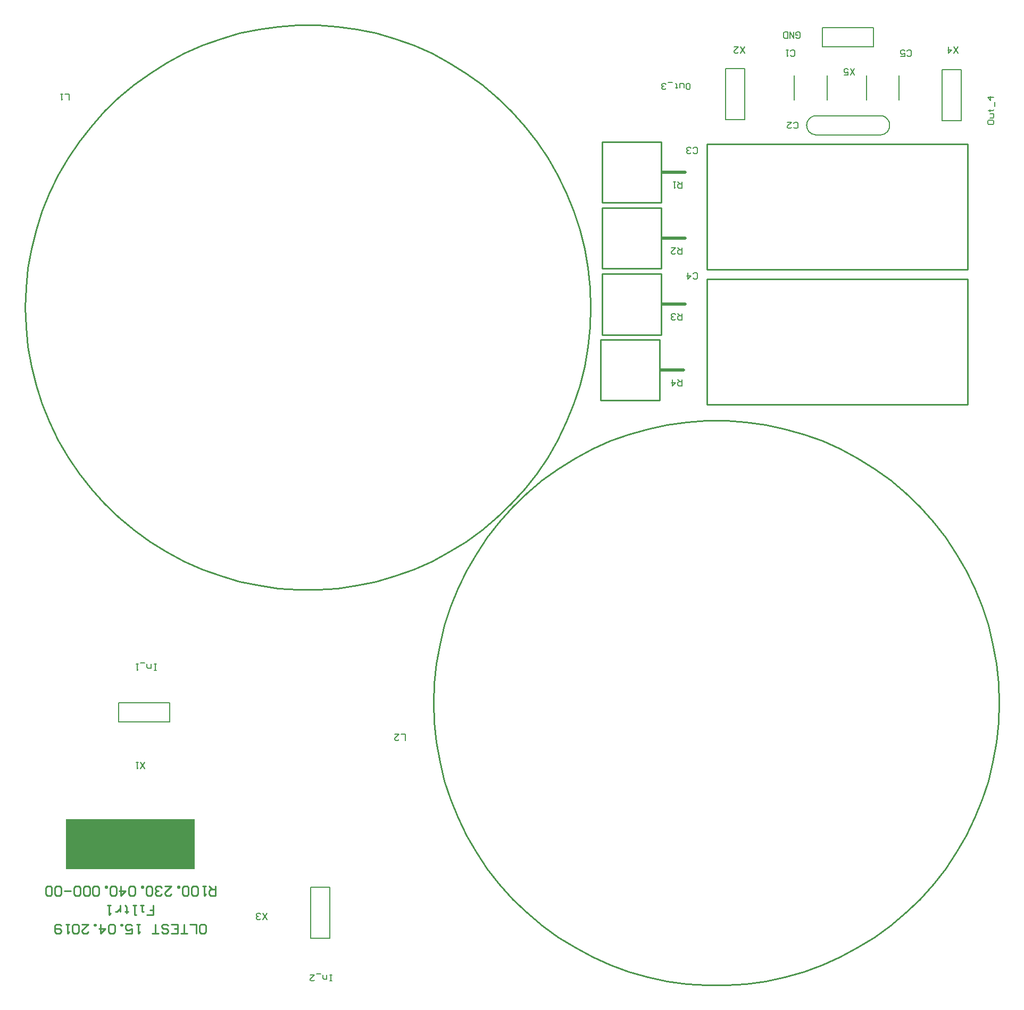
<source format=gto>
%FSTAX23Y23*%
%MOIN*%
%SFA1B1*%

%IPPOS*%
%ADD19C,0.005000*%
%ADD20C,0.010000*%
%ADD21C,0.007900*%
%ADD22C,0.019700*%
%ADD23C,0.008000*%
%ADD24C,0.009800*%
%ADD25C,0.005900*%
%ADD26R,0.807100X0.315000*%
%LNr100.230.040.001-00_filtr1-1*%
%LPD*%
G54D19*
X05396Y05392D02*
D01*
X05401Y05392*
X05405Y05393*
X05409Y05394*
X05413Y05395*
X05417Y05396*
X05421Y05397*
X05425Y05399*
X05428Y05401*
X05432Y05404*
X05435Y05406*
X05438Y05409*
X05441Y05412*
X05444Y05415*
X05446Y05419*
X05448Y05422*
X0545Y05426*
X05452Y0543*
X05453Y05434*
X05455Y05438*
X05455Y05442*
X05456Y05446*
X05456Y0545*
Y05454*
X05456Y05459*
X05455Y05463*
X05455Y05467*
X05453Y05471*
X05452Y05475*
X0545Y05479*
X05448Y05482*
X05446Y05486*
X05444Y05489*
X05441Y05492*
X05438Y05495*
X05435Y05498*
X05432Y05501*
X05428Y05503*
X05425Y05505*
X05421Y05507*
X05417Y05509*
X05413Y0551*
X05409Y05511*
X05405Y05512*
X05401Y05512*
X05396Y05512*
X04996D02*
D01*
X04992Y05512*
X04988Y05512*
X04984Y05511*
X0498Y0551*
X04976Y05509*
X04972Y05507*
X04968Y05505*
X04965Y05503*
X04961Y05501*
X04958Y05498*
X04955Y05495*
X04952Y05492*
X04949Y05489*
X04947Y05486*
X04944Y05482*
X04942Y05479*
X04941Y05475*
X04939Y05471*
X04938Y05467*
X04937Y05463*
X04937Y05459*
X04936Y05454*
Y0545*
X04937Y05446*
X04937Y05442*
X04938Y05438*
X04939Y05434*
X04941Y0543*
X04942Y05426*
X04944Y05422*
X04947Y05419*
X04949Y05415*
X04952Y05412*
X04955Y05409*
X04958Y05406*
X04961Y05404*
X04965Y05401*
X04968Y05399*
X04972Y05397*
X04976Y05396*
X0498Y05395*
X04984Y05394*
X04988Y05393*
X04992Y05392*
X04996Y05392*
X05396*
X04996Y05512D02*
X05396D01*
G54D20*
X06141Y0183D02*
D01*
X06137Y01954*
X06124Y02077*
X06102Y02199*
X06073Y02319*
X06034Y02436*
X05988Y02551*
X05934Y02662*
X05872Y02769*
X05803Y02872*
X05727Y02969*
X05644Y03061*
X05555Y03147*
X0546Y03226*
X0536Y03299*
X05255Y03365*
X05146Y03423*
X05033Y03473*
X04917Y03515*
X04798Y03549*
X04677Y03575*
X04555Y03592*
X04431Y03601*
X04308*
X04184Y03592*
X04062Y03575*
X03941Y03549*
X03822Y03515*
X03706Y03473*
X03593Y03423*
X03484Y03365*
X03379Y03299*
X03279Y03226*
X03184Y03147*
X03095Y03061*
X03012Y02969*
X02936Y02872*
X02867Y02769*
X02805Y02662*
X02751Y02551*
X02705Y02436*
X02666Y02319*
X02637Y02199*
X02615Y02077*
X02602Y01954*
X02598Y0183*
X02602Y01707*
X02615Y01584*
X02637Y01462*
X02666Y01342*
X02705Y01224*
X02751Y0111*
X02805Y00998*
X02867Y00891*
X02936Y00789*
X03012Y00691*
X03095Y00599*
X03184Y00514*
X03279Y00434*
X03379Y00361*
X03484Y00296*
X03593Y00238*
X03706Y00188*
X03822Y00145*
X03941Y00111*
X04062Y00085*
X04184Y00068*
X04308Y0006*
X04431*
X04555Y00068*
X04677Y00085*
X04798Y00111*
X04917Y00145*
X05033Y00188*
X05146Y00238*
X05255Y00296*
X0536Y00361*
X0546Y00434*
X05555Y00514*
X05644Y00599*
X05727Y00691*
X05803Y00789*
X05872Y00891*
X05934Y00998*
X05988Y0111*
X06034Y01224*
X06073Y01342*
X06102Y01462*
X06124Y01584*
X06137Y01707*
X06141Y0183*
X03582Y04311D02*
D01*
X03578Y04434*
X03565Y04557*
X03543Y04679*
X03514Y04799*
X03475Y04916*
X03429Y05031*
X03375Y05142*
X03313Y05249*
X03244Y05352*
X03168Y05449*
X03085Y05541*
X02996Y05627*
X02901Y05707*
X02801Y05779*
X02696Y05845*
X02587Y05903*
X02474Y05953*
X02358Y05995*
X02239Y0603*
X02118Y06055*
X01996Y06072*
X01872Y06081*
X01749*
X01625Y06072*
X01503Y06055*
X01382Y0603*
X01263Y05995*
X01147Y05953*
X01034Y05903*
X00925Y05845*
X0082Y05779*
X0072Y05707*
X00625Y05627*
X00536Y05541*
X00453Y05449*
X00377Y05352*
X00308Y05249*
X00246Y05142*
X00192Y05031*
X00146Y04916*
X00107Y04799*
X00078Y04679*
X00056Y04557*
X00043Y04434*
X00039Y04311*
X00043Y04187*
X00056Y04064*
X00078Y03942*
X00107Y03822*
X00146Y03705*
X00192Y0359*
X00246Y03479*
X00308Y03372*
X00377Y03269*
X00453Y03172*
X00536Y0308*
X00625Y02994*
X0072Y02914*
X0082Y02842*
X00925Y02776*
X01034Y02718*
X01147Y02668*
X01263Y02626*
X01382Y02591*
X01503Y02566*
X01625Y02549*
X01749Y0254*
X01872*
X01996Y02549*
X02118Y02566*
X02239Y02591*
X02358Y02626*
X02474Y02668*
X02587Y02718*
X02696Y02776*
X02801Y02842*
X02901Y02914*
X02996Y02994*
X03085Y0308*
X03168Y03172*
X03244Y03269*
X03313Y03372*
X03375Y03479*
X03429Y0359*
X03475Y03705*
X03514Y03822*
X03543Y03942*
X03565Y04064*
X03578Y04187*
X03582Y04311*
X03645Y03726D02*
X04015D01*
Y04108*
X03645D02*
X04015D01*
X03645Y03726D02*
Y04108D01*
X03653Y04139D02*
X04023D01*
Y04521*
X03653D02*
X04023D01*
X03653Y04139D02*
Y04521D01*
Y04553D02*
X04023D01*
Y04935*
X03653D02*
X04023D01*
X03653Y04553D02*
Y04935D01*
Y04966D02*
X04023D01*
Y05348*
X03653D02*
X04023D01*
X03653Y04966D02*
Y05348D01*
X05944Y04547D02*
Y05334D01*
X04311Y04547D02*
X05944D01*
X04311D02*
Y04921D01*
Y05334*
X05944*
X04311Y037D02*
Y04488D01*
X05944*
Y04114D02*
Y04488D01*
Y037D02*
Y04114D01*
X04311Y037D02*
X05944D01*
G54D21*
X04858Y05612D02*
Y05765D01*
X05063Y05612D02*
Y05765D01*
X05515Y05612D02*
Y05765D01*
X05311Y05612D02*
Y05765D01*
G54D22*
X04022Y03917D02*
X04165D01*
X0403Y0433D02*
X04173D01*
X0403Y04744D02*
X04173D01*
X0403Y05157D02*
X04173D01*
G54D23*
X00625Y01711D02*
X00945D01*
Y01831*
X00625D02*
X00945D01*
X00625Y01711D02*
Y01831D01*
X04548Y05488D02*
Y05808D01*
X04428D02*
X04548D01*
X04428Y05488D02*
Y05808D01*
Y05488D02*
X04548D01*
X01829Y00353D02*
Y00673D01*
Y00353D02*
X01949D01*
Y00673*
X01829D02*
X01949D01*
X05783Y0548D02*
Y058D01*
Y0548D02*
X05903D01*
Y058*
X05783D02*
X05903D01*
X05035Y05943D02*
X05355D01*
Y06063*
X05035D02*
X05355D01*
X05035Y05943D02*
Y06063D01*
G54D24*
X00802Y00502D02*
X00841D01*
Y00531*
X00821*
X00841*
Y00561*
X00782D02*
X00762D01*
X00772*
Y00522*
X00782*
X00733Y00561D02*
X00713D01*
X00723*
Y00502*
X00733*
X00674Y00512D02*
Y00522D01*
X00684*
X00664*
X00674*
Y00551*
X00664Y00561*
X00634Y00522D02*
Y00561D01*
Y00541*
X00625Y00531*
X00615Y00522*
X00605*
X00575Y00561D02*
X00556D01*
X00566*
Y00502*
X00575Y00512*
X0123Y00681D02*
Y00622D01*
X012*
X0119Y00631*
Y00651*
X012Y00661*
X0123*
X0121D02*
X0119Y00681D01*
X01171D02*
X01151D01*
X01161*
Y00622*
X01171Y00631*
X01121D02*
X01112Y00622D01*
X01092*
X01082Y00631*
Y00671*
X01092Y00681*
X01112*
X01121Y00671*
Y00631*
X01062D02*
X01053Y00622D01*
X01033*
X01023Y00631*
Y00671*
X01033Y00681*
X01053*
X01062Y00671*
Y00631*
X01003Y00681D02*
Y00671D01*
X00994*
Y00681*
X01003*
X00915D02*
X00954D01*
X00915Y00641*
Y00631*
X00925Y00622*
X00944*
X00954Y00631*
X00895D02*
X00885Y00622D01*
X00866*
X00856Y00631*
Y00641*
X00866Y00651*
X00875*
X00866*
X00856Y00661*
Y00671*
X00866Y00681*
X00885*
X00895Y00671*
X00836Y00631D02*
X00826Y00622D01*
X00807*
X00797Y00631*
Y00671*
X00807Y00681*
X00826*
X00836Y00671*
Y00631*
X00777Y00681D02*
Y00671D01*
X00767*
Y00681*
X00777*
X00728Y00631D02*
X00718Y00622D01*
X00698*
X00689Y00631*
Y00671*
X00698Y00681*
X00718*
X00728Y00671*
Y00631*
X00639Y00681D02*
Y00622D01*
X00669Y00651*
X00629*
X0061Y00631D02*
X006Y00622D01*
X0058*
X0057Y00631*
Y00671*
X0058Y00681*
X006*
X0061Y00671*
Y00631*
X00551Y00681D02*
Y00671D01*
X00541*
Y00681*
X00551*
X00502Y00631D02*
X00492Y00622D01*
X00472*
X00462Y00631*
Y00671*
X00472Y00681*
X00492*
X00502Y00671*
Y00631*
X00443D02*
X00433Y00622D01*
X00413*
X00403Y00631*
Y00671*
X00413Y00681*
X00433*
X00443Y00671*
Y00631*
X00384D02*
X00374Y00622D01*
X00354*
X00344Y00631*
Y00671*
X00354Y00681*
X00374*
X00384Y00671*
Y00631*
X00324Y00651D02*
X00285D01*
X00265Y00631D02*
X00256Y00622D01*
X00236*
X00226Y00631*
Y00671*
X00236Y00681*
X00256*
X00265Y00671*
Y00631*
X00206D02*
X00197Y00622D01*
X00177*
X00167Y00631*
Y00671*
X00177Y00681*
X00197*
X00206Y00671*
Y00631*
X01141Y00383D02*
X01161D01*
X01171Y00393*
Y00433*
X01161Y00442*
X01141*
X01131Y00433*
Y00393*
X01141Y00383*
X01112D02*
Y00442D01*
X01072*
X01053Y00383D02*
X01013D01*
X01033*
Y00442*
X00954Y00383D02*
X00994D01*
Y00442*
X00954*
X00994Y00413D02*
X00974D01*
X00895Y00393D02*
X00905Y00383D01*
X00925*
X00935Y00393*
Y00403*
X00925Y00413*
X00905*
X00895Y00423*
Y00433*
X00905Y00442*
X00925*
X00935Y00433*
X00875Y00383D02*
X00836D01*
X00856*
Y00442*
X00757D02*
X00738D01*
X00748*
Y00383*
X00757Y00393*
X00669Y00383D02*
X00708D01*
Y00413*
X00689Y00403*
X00679*
X00669Y00413*
Y00433*
X00679Y00442*
X00698*
X00708Y00433*
X00649Y00442D02*
Y00433D01*
X00639*
Y00442*
X00649*
X006Y00393D02*
X0059Y00383D01*
X0057*
X00561Y00393*
Y00433*
X0057Y00442*
X0059*
X006Y00433*
Y00393*
X00511Y00442D02*
Y00383D01*
X00541Y00413*
X00502*
X00482Y00442D02*
Y00433D01*
X00472*
Y00442*
X00482*
X00393D02*
X00433D01*
X00393Y00403*
Y00393*
X00403Y00383*
X00423*
X00433Y00393*
X00374D02*
X00364Y00383D01*
X00344*
X00334Y00393*
Y00433*
X00344Y00442*
X00364*
X00374Y00433*
Y00393*
X00315Y00442D02*
X00295D01*
X00305*
Y00383*
X00315Y00393*
X00265Y00433D02*
X00256Y00442D01*
X00236*
X00226Y00433*
Y00393*
X00236Y00383*
X00256*
X00265Y00393*
Y00403*
X00256Y00413*
X00226*
G54D25*
X01962Y00086D02*
X01949D01*
X01956*
Y00125*
X01962*
X01949*
X01929D02*
Y00099D01*
X0191*
X01903Y00105*
Y00125*
X0189Y00131D02*
X01864D01*
X01824Y00125D02*
X01851D01*
X01824Y00099*
Y00092*
X01831Y00086*
X01844*
X01851Y00092*
X0086Y02034D02*
X00847D01*
X00853*
Y02074*
X0086*
X00847*
X00827D02*
Y02047D01*
X00807*
X00801Y02054*
Y02074*
X00788Y0208D02*
X00761D01*
X00748Y02074D02*
X00735D01*
X00742*
Y02034*
X00748Y02041*
X04187Y05676D02*
X042D01*
X04206Y05683*
Y05709*
X042Y05715*
X04187*
X0418Y05709*
Y05683*
X04187Y05676*
X04167Y05689D02*
Y05709D01*
X0416Y05715*
X04141*
Y05689*
X04121Y05683D02*
Y05689D01*
X04128*
X04114*
X04121*
Y05709*
X04114Y05715*
X04095Y05722D02*
X04068D01*
X04055Y05683D02*
X04049Y05676D01*
X04036*
X04029Y05683*
Y05689*
X04036Y05696*
X04042*
X04036*
X04029Y05702*
Y05709*
X04036Y05715*
X04049*
X04055Y05709*
X0607Y05478D02*
Y05465D01*
X06076Y05458*
X06103*
X06109Y05465*
Y05478*
X06103Y05484*
X06076*
X0607Y05478*
X06083Y05498D02*
X06103D01*
X06109Y05504*
Y05524*
X06083*
X06076Y05543D02*
X06083D01*
Y05537*
Y0555*
Y05543*
X06103*
X06109Y0555*
X06116Y0557D02*
Y05596D01*
X06109Y05629D02*
X0607D01*
X06089Y05609*
Y05635*
X04869Y06004D02*
X04876Y05998D01*
X04889*
X04895Y06004*
Y0603*
X04889Y06037*
X04876*
X04869Y0603*
Y06017*
X04882*
X04856Y06037D02*
Y05998D01*
X0483Y06037*
Y05998*
X04817D02*
Y06037D01*
X04797*
X0479Y0603*
Y06004*
X04797Y05998*
X04817*
X00315Y0561D02*
Y05649D01*
X00288*
X00275D02*
X00262D01*
X00269*
Y0561*
X00275Y05616*
X05236Y05767D02*
X0521Y05807D01*
Y05767D02*
X05236Y05807D01*
X0517Y05767D02*
X05196D01*
Y05787*
X05183Y0578*
X05177*
X0517Y05787*
Y058*
X05177Y05807*
X0519*
X05196Y058*
X05885Y05905D02*
X05859Y05944D01*
Y05905D02*
X05885Y05944D01*
X05826D02*
Y05905D01*
X05846Y05925*
X0582*
X01555Y00472D02*
X01528Y00511D01*
Y00472D02*
X01555Y00511D01*
X01515Y00479D02*
X01509Y00472D01*
X01496*
X01489Y00479*
Y00485*
X01496Y00492*
X01502*
X01496*
X01489Y00498*
Y00505*
X01496Y00511*
X01509*
X01515Y00505*
X04547Y05905D02*
X04521Y05944D01*
Y05905D02*
X04547Y05944D01*
X04481D02*
X04507D01*
X04481Y05918*
Y05912*
X04488Y05905*
X04501*
X04507Y05912*
X04153Y05098D02*
Y05059D01*
X04133*
X04127Y05065*
Y05078*
X04133Y05085*
X04153*
X0414D02*
X04127Y05098D01*
X04114D02*
X04101D01*
X04107*
Y05059*
X04114Y05065*
X04153Y04685D02*
Y04645D01*
X04133*
X04127Y04652*
Y04665*
X04133Y04671*
X04153*
X0414D02*
X04127Y04685D01*
X04087D02*
X04114D01*
X04087Y04658*
Y04652*
X04094Y04645*
X04107*
X04114Y04652*
X05564Y05892D02*
X0557Y05885D01*
X05584*
X0559Y05892*
Y05918*
X05584Y05925*
X0557*
X05564Y05918*
X05525Y05885D02*
X05551D01*
Y05905*
X05538Y05899*
X05531*
X05525Y05905*
Y05918*
X05531Y05925*
X05544*
X05551Y05918*
X04225Y04494D02*
X04232Y04488D01*
X04245*
X04252Y04494*
Y04521*
X04245Y04527*
X04232*
X04225Y04521*
X04192Y04527D02*
Y04488D01*
X04212Y04507*
X04186*
X04225Y05282D02*
X04232Y05275D01*
X04245*
X04252Y05282*
Y05308*
X04245Y05315*
X04232*
X04225Y05308*
X04212Y05282D02*
X04206Y05275D01*
X04192*
X04186Y05282*
Y05288*
X04192Y05295*
X04199*
X04192*
X04186Y05301*
Y05308*
X04192Y05315*
X04206*
X04212Y05308*
X04855Y05439D02*
X04862Y05433D01*
X04875*
X04881Y05439*
Y05465*
X04875Y05472*
X04862*
X04855Y05465*
X04816Y05472D02*
X04842D01*
X04816Y05446*
Y05439*
X04822Y05433*
X04836*
X04842Y05439*
X04836Y05892D02*
X04842Y05885D01*
X04855*
X04862Y05892*
Y05918*
X04855Y05925*
X04842*
X04836Y05918*
X04822Y05925D02*
X04809D01*
X04816*
Y05885*
X04822Y05892*
X00787Y01417D02*
X00761Y01456D01*
Y01417D02*
X00787Y01456D01*
X00748D02*
X00734D01*
X00741*
Y01417*
X00748Y01423*
X04153Y04271D02*
Y04232D01*
X04133*
X04127Y04238*
Y04252*
X04133Y04258*
X04153*
X0414D02*
X04127Y04271D01*
X04114Y04238D02*
X04107Y04232D01*
X04094*
X04087Y04238*
Y04245*
X04094Y04252*
X04101*
X04094*
X04087Y04258*
Y04265*
X04094Y04271*
X04107*
X04114Y04265*
X04153Y03858D02*
Y03818D01*
X04133*
X04127Y03825*
Y03838*
X04133Y03845*
X04153*
X0414D02*
X04127Y03858D01*
X04094D02*
Y03818D01*
X04114Y03838*
X04087*
X02421Y01594D02*
Y01633D01*
X02395*
X02355D02*
X02381D01*
X02355Y01607*
Y01601*
X02362Y01594*
X02375*
X02381Y01601*
G54D26*
X00698Y00944D03*
M02*
</source>
